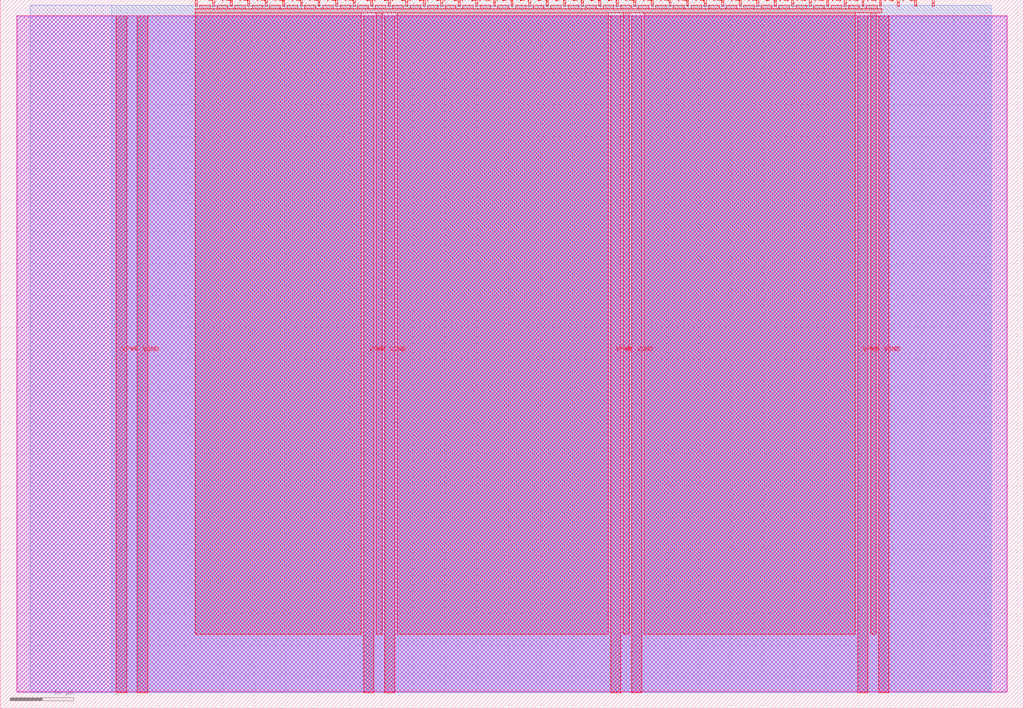
<source format=lef>
VERSION 5.7 ;
  NOWIREEXTENSIONATPIN ON ;
  DIVIDERCHAR "/" ;
  BUSBITCHARS "[]" ;
MACRO tt_um_urish_giant_ringosc
  CLASS BLOCK ;
  FOREIGN tt_um_urish_giant_ringosc ;
  ORIGIN 0.000 0.000 ;
  SIZE 161.000 BY 111.520 ;
  PIN VGND
    DIRECTION INOUT ;
    USE GROUND ;
    PORT
      LAYER met4 ;
        RECT 21.580 2.480 23.180 109.040 ;
    END
    PORT
      LAYER met4 ;
        RECT 60.450 2.480 62.050 109.040 ;
    END
    PORT
      LAYER met4 ;
        RECT 99.320 2.480 100.920 109.040 ;
    END
    PORT
      LAYER met4 ;
        RECT 138.190 2.480 139.790 109.040 ;
    END
  END VGND
  PIN VPWR
    DIRECTION INOUT ;
    USE POWER ;
    PORT
      LAYER met4 ;
        RECT 18.280 2.480 19.880 109.040 ;
    END
    PORT
      LAYER met4 ;
        RECT 57.150 2.480 58.750 109.040 ;
    END
    PORT
      LAYER met4 ;
        RECT 96.020 2.480 97.620 109.040 ;
    END
    PORT
      LAYER met4 ;
        RECT 134.890 2.480 136.490 109.040 ;
    END
  END VPWR
  PIN clk
    DIRECTION INPUT ;
    USE SIGNAL ;
    PORT
      LAYER met4 ;
        RECT 143.830 110.520 144.130 111.520 ;
    END
  END clk
  PIN ena
    DIRECTION INPUT ;
    USE SIGNAL ;
    PORT
      LAYER met4 ;
        RECT 146.590 110.520 146.890 111.520 ;
    END
  END ena
  PIN rst_n
    DIRECTION INPUT ;
    USE SIGNAL ;
    PORT
      LAYER met4 ;
        RECT 141.070 110.520 141.370 111.520 ;
    END
  END rst_n
  PIN ui_in[0]
    DIRECTION INPUT ;
    USE SIGNAL ;
    ANTENNAGATEAREA 0.196500 ;
    PORT
      LAYER met4 ;
        RECT 138.310 110.520 138.610 111.520 ;
    END
  END ui_in[0]
  PIN ui_in[1]
    DIRECTION INPUT ;
    USE SIGNAL ;
    ANTENNAGATEAREA 0.196500 ;
    PORT
      LAYER met4 ;
        RECT 135.550 110.520 135.850 111.520 ;
    END
  END ui_in[1]
  PIN ui_in[2]
    DIRECTION INPUT ;
    USE SIGNAL ;
    PORT
      LAYER met4 ;
        RECT 132.790 110.520 133.090 111.520 ;
    END
  END ui_in[2]
  PIN ui_in[3]
    DIRECTION INPUT ;
    USE SIGNAL ;
    PORT
      LAYER met4 ;
        RECT 130.030 110.520 130.330 111.520 ;
    END
  END ui_in[3]
  PIN ui_in[4]
    DIRECTION INPUT ;
    USE SIGNAL ;
    PORT
      LAYER met4 ;
        RECT 127.270 110.520 127.570 111.520 ;
    END
  END ui_in[4]
  PIN ui_in[5]
    DIRECTION INPUT ;
    USE SIGNAL ;
    PORT
      LAYER met4 ;
        RECT 124.510 110.520 124.810 111.520 ;
    END
  END ui_in[5]
  PIN ui_in[6]
    DIRECTION INPUT ;
    USE SIGNAL ;
    PORT
      LAYER met4 ;
        RECT 121.750 110.520 122.050 111.520 ;
    END
  END ui_in[6]
  PIN ui_in[7]
    DIRECTION INPUT ;
    USE SIGNAL ;
    PORT
      LAYER met4 ;
        RECT 118.990 110.520 119.290 111.520 ;
    END
  END ui_in[7]
  PIN uio_in[0]
    DIRECTION INPUT ;
    USE SIGNAL ;
    PORT
      LAYER met4 ;
        RECT 116.230 110.520 116.530 111.520 ;
    END
  END uio_in[0]
  PIN uio_in[1]
    DIRECTION INPUT ;
    USE SIGNAL ;
    PORT
      LAYER met4 ;
        RECT 113.470 110.520 113.770 111.520 ;
    END
  END uio_in[1]
  PIN uio_in[2]
    DIRECTION INPUT ;
    USE SIGNAL ;
    PORT
      LAYER met4 ;
        RECT 110.710 110.520 111.010 111.520 ;
    END
  END uio_in[2]
  PIN uio_in[3]
    DIRECTION INPUT ;
    USE SIGNAL ;
    PORT
      LAYER met4 ;
        RECT 107.950 110.520 108.250 111.520 ;
    END
  END uio_in[3]
  PIN uio_in[4]
    DIRECTION INPUT ;
    USE SIGNAL ;
    PORT
      LAYER met4 ;
        RECT 105.190 110.520 105.490 111.520 ;
    END
  END uio_in[4]
  PIN uio_in[5]
    DIRECTION INPUT ;
    USE SIGNAL ;
    PORT
      LAYER met4 ;
        RECT 102.430 110.520 102.730 111.520 ;
    END
  END uio_in[5]
  PIN uio_in[6]
    DIRECTION INPUT ;
    USE SIGNAL ;
    PORT
      LAYER met4 ;
        RECT 99.670 110.520 99.970 111.520 ;
    END
  END uio_in[6]
  PIN uio_in[7]
    DIRECTION INPUT ;
    USE SIGNAL ;
    PORT
      LAYER met4 ;
        RECT 96.910 110.520 97.210 111.520 ;
    END
  END uio_in[7]
  PIN uio_oe[0]
    DIRECTION OUTPUT ;
    USE SIGNAL ;
    PORT
      LAYER met4 ;
        RECT 49.990 110.520 50.290 111.520 ;
    END
  END uio_oe[0]
  PIN uio_oe[1]
    DIRECTION OUTPUT ;
    USE SIGNAL ;
    PORT
      LAYER met4 ;
        RECT 47.230 110.520 47.530 111.520 ;
    END
  END uio_oe[1]
  PIN uio_oe[2]
    DIRECTION OUTPUT ;
    USE SIGNAL ;
    PORT
      LAYER met4 ;
        RECT 44.470 110.520 44.770 111.520 ;
    END
  END uio_oe[2]
  PIN uio_oe[3]
    DIRECTION OUTPUT ;
    USE SIGNAL ;
    PORT
      LAYER met4 ;
        RECT 41.710 110.520 42.010 111.520 ;
    END
  END uio_oe[3]
  PIN uio_oe[4]
    DIRECTION OUTPUT ;
    USE SIGNAL ;
    PORT
      LAYER met4 ;
        RECT 38.950 110.520 39.250 111.520 ;
    END
  END uio_oe[4]
  PIN uio_oe[5]
    DIRECTION OUTPUT ;
    USE SIGNAL ;
    PORT
      LAYER met4 ;
        RECT 36.190 110.520 36.490 111.520 ;
    END
  END uio_oe[5]
  PIN uio_oe[6]
    DIRECTION OUTPUT ;
    USE SIGNAL ;
    PORT
      LAYER met4 ;
        RECT 33.430 110.520 33.730 111.520 ;
    END
  END uio_oe[6]
  PIN uio_oe[7]
    DIRECTION OUTPUT ;
    USE SIGNAL ;
    PORT
      LAYER met4 ;
        RECT 30.670 110.520 30.970 111.520 ;
    END
  END uio_oe[7]
  PIN uio_out[0]
    DIRECTION OUTPUT ;
    USE SIGNAL ;
    ANTENNADIFFAREA 0.445500 ;
    PORT
      LAYER met4 ;
        RECT 72.070 110.520 72.370 111.520 ;
    END
  END uio_out[0]
  PIN uio_out[1]
    DIRECTION OUTPUT ;
    USE SIGNAL ;
    ANTENNADIFFAREA 0.445500 ;
    PORT
      LAYER met4 ;
        RECT 69.310 110.520 69.610 111.520 ;
    END
  END uio_out[1]
  PIN uio_out[2]
    DIRECTION OUTPUT ;
    USE SIGNAL ;
    ANTENNADIFFAREA 0.445500 ;
    PORT
      LAYER met4 ;
        RECT 66.550 110.520 66.850 111.520 ;
    END
  END uio_out[2]
  PIN uio_out[3]
    DIRECTION OUTPUT ;
    USE SIGNAL ;
    ANTENNADIFFAREA 0.445500 ;
    PORT
      LAYER met4 ;
        RECT 63.790 110.520 64.090 111.520 ;
    END
  END uio_out[3]
  PIN uio_out[4]
    DIRECTION OUTPUT ;
    USE SIGNAL ;
    ANTENNADIFFAREA 0.445500 ;
    PORT
      LAYER met4 ;
        RECT 61.030 110.520 61.330 111.520 ;
    END
  END uio_out[4]
  PIN uio_out[5]
    DIRECTION OUTPUT ;
    USE SIGNAL ;
    ANTENNAGATEAREA 0.126000 ;
    ANTENNADIFFAREA 0.445500 ;
    PORT
      LAYER met4 ;
        RECT 58.270 110.520 58.570 111.520 ;
    END
  END uio_out[5]
  PIN uio_out[6]
    DIRECTION OUTPUT ;
    USE SIGNAL ;
    PORT
      LAYER met4 ;
        RECT 55.510 110.520 55.810 111.520 ;
    END
  END uio_out[6]
  PIN uio_out[7]
    DIRECTION OUTPUT ;
    USE SIGNAL ;
    PORT
      LAYER met4 ;
        RECT 52.750 110.520 53.050 111.520 ;
    END
  END uio_out[7]
  PIN uo_out[0]
    DIRECTION OUTPUT ;
    USE SIGNAL ;
    ANTENNADIFFAREA 0.445500 ;
    PORT
      LAYER met4 ;
        RECT 94.150 110.520 94.450 111.520 ;
    END
  END uo_out[0]
  PIN uo_out[1]
    DIRECTION OUTPUT ;
    USE SIGNAL ;
    ANTENNADIFFAREA 0.445500 ;
    PORT
      LAYER met4 ;
        RECT 91.390 110.520 91.690 111.520 ;
    END
  END uo_out[1]
  PIN uo_out[2]
    DIRECTION OUTPUT ;
    USE SIGNAL ;
    ANTENNADIFFAREA 0.445500 ;
    PORT
      LAYER met4 ;
        RECT 88.630 110.520 88.930 111.520 ;
    END
  END uo_out[2]
  PIN uo_out[3]
    DIRECTION OUTPUT ;
    USE SIGNAL ;
    ANTENNADIFFAREA 0.445500 ;
    PORT
      LAYER met4 ;
        RECT 85.870 110.520 86.170 111.520 ;
    END
  END uo_out[3]
  PIN uo_out[4]
    DIRECTION OUTPUT ;
    USE SIGNAL ;
    ANTENNADIFFAREA 0.445500 ;
    PORT
      LAYER met4 ;
        RECT 83.110 110.520 83.410 111.520 ;
    END
  END uo_out[4]
  PIN uo_out[5]
    DIRECTION OUTPUT ;
    USE SIGNAL ;
    ANTENNADIFFAREA 0.445500 ;
    PORT
      LAYER met4 ;
        RECT 80.350 110.520 80.650 111.520 ;
    END
  END uo_out[5]
  PIN uo_out[6]
    DIRECTION OUTPUT ;
    USE SIGNAL ;
    ANTENNADIFFAREA 0.445500 ;
    PORT
      LAYER met4 ;
        RECT 77.590 110.520 77.890 111.520 ;
    END
  END uo_out[6]
  PIN uo_out[7]
    DIRECTION OUTPUT ;
    USE SIGNAL ;
    ANTENNADIFFAREA 0.445500 ;
    PORT
      LAYER met4 ;
        RECT 74.830 110.520 75.130 111.520 ;
    END
  END uo_out[7]
  OBS
      LAYER nwell ;
        RECT 2.570 2.635 158.430 108.990 ;
      LAYER li1 ;
        RECT 2.760 2.635 158.240 108.885 ;
      LAYER met1 ;
        RECT 2.760 2.480 158.240 109.040 ;
      LAYER met2 ;
        RECT 4.700 2.535 155.850 110.685 ;
      LAYER met3 ;
        RECT 17.545 2.555 155.875 110.665 ;
      LAYER met4 ;
        RECT 31.370 110.120 33.030 110.665 ;
        RECT 34.130 110.120 35.790 110.665 ;
        RECT 36.890 110.120 38.550 110.665 ;
        RECT 39.650 110.120 41.310 110.665 ;
        RECT 42.410 110.120 44.070 110.665 ;
        RECT 45.170 110.120 46.830 110.665 ;
        RECT 47.930 110.120 49.590 110.665 ;
        RECT 50.690 110.120 52.350 110.665 ;
        RECT 53.450 110.120 55.110 110.665 ;
        RECT 56.210 110.120 57.870 110.665 ;
        RECT 58.970 110.120 60.630 110.665 ;
        RECT 61.730 110.120 63.390 110.665 ;
        RECT 64.490 110.120 66.150 110.665 ;
        RECT 67.250 110.120 68.910 110.665 ;
        RECT 70.010 110.120 71.670 110.665 ;
        RECT 72.770 110.120 74.430 110.665 ;
        RECT 75.530 110.120 77.190 110.665 ;
        RECT 78.290 110.120 79.950 110.665 ;
        RECT 81.050 110.120 82.710 110.665 ;
        RECT 83.810 110.120 85.470 110.665 ;
        RECT 86.570 110.120 88.230 110.665 ;
        RECT 89.330 110.120 90.990 110.665 ;
        RECT 92.090 110.120 93.750 110.665 ;
        RECT 94.850 110.120 96.510 110.665 ;
        RECT 97.610 110.120 99.270 110.665 ;
        RECT 100.370 110.120 102.030 110.665 ;
        RECT 103.130 110.120 104.790 110.665 ;
        RECT 105.890 110.120 107.550 110.665 ;
        RECT 108.650 110.120 110.310 110.665 ;
        RECT 111.410 110.120 113.070 110.665 ;
        RECT 114.170 110.120 115.830 110.665 ;
        RECT 116.930 110.120 118.590 110.665 ;
        RECT 119.690 110.120 121.350 110.665 ;
        RECT 122.450 110.120 124.110 110.665 ;
        RECT 125.210 110.120 126.870 110.665 ;
        RECT 127.970 110.120 129.630 110.665 ;
        RECT 130.730 110.120 132.390 110.665 ;
        RECT 133.490 110.120 135.150 110.665 ;
        RECT 136.250 110.120 137.910 110.665 ;
        RECT 30.655 109.440 138.625 110.120 ;
        RECT 30.655 11.735 56.750 109.440 ;
        RECT 59.150 11.735 60.050 109.440 ;
        RECT 62.450 11.735 95.620 109.440 ;
        RECT 98.020 11.735 98.920 109.440 ;
        RECT 101.320 11.735 134.490 109.440 ;
        RECT 136.890 11.735 137.790 109.440 ;
  END
END tt_um_urish_giant_ringosc
END LIBRARY


</source>
